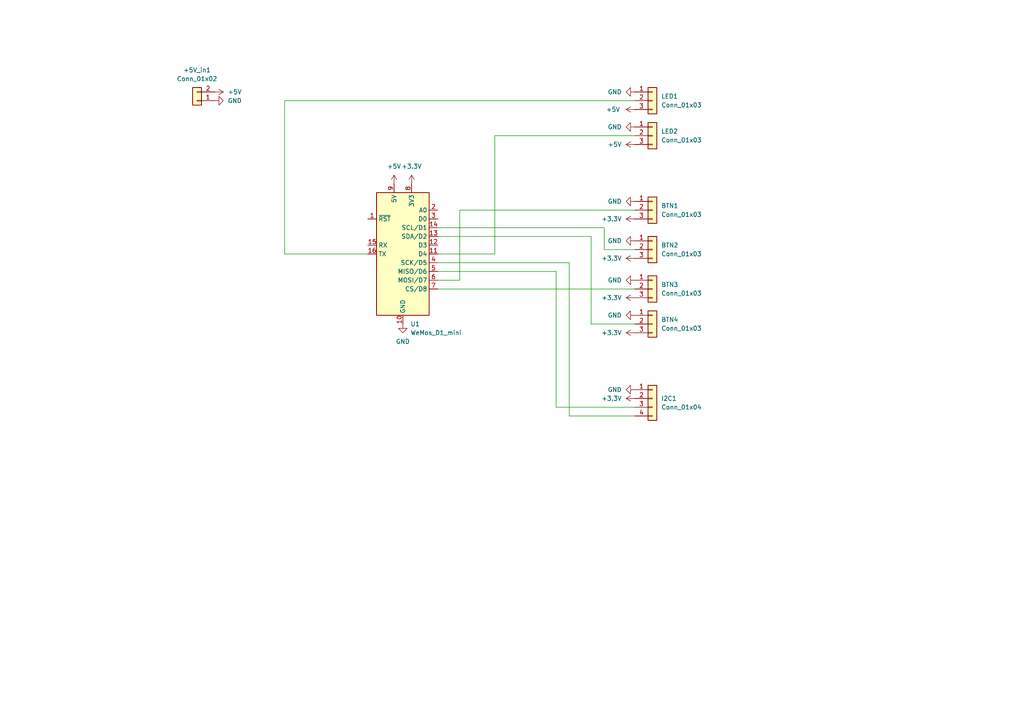
<source format=kicad_sch>
(kicad_sch (version 20231120) (generator "eeschema") (generator_version "8.0")
  (paper "A4")
  (lib_symbols
    (symbol "Connector_Generic:Conn_01x02" (pin_names (offset 1.016) hide)
      (property "Reference" "J" (at 0 2.54 0))
      (property "Value" "Conn_01x02" (at 0 -5.08 0))
      (symbol "Conn_01x02_1_1"
        (rectangle (start -1.27 -2.413) (end 0 -2.667) (stroke (width 0.1524)))
        (rectangle (start -1.27 0.127) (end 0 -0.127) (stroke (width 0.1524)))
        (rectangle (start -1.27 1.27) (end 1.27 -3.81) (stroke (width 0.254)) (fill (type background)))
        (pin passive line (at -5.08 0 0) (length 3.81) (name "Pin_1") (number "1"))
        (pin passive line (at -5.08 -2.54 0) (length 3.81) (name "Pin_2") (number "2"))
      )
    )
    (symbol "Connector_Generic:Conn_01x03" (pin_names (offset 1.016) hide)
      (property "Reference" "J" (at 0 5.08 0))
      (property "Value" "Conn_01x03" (at 0 -5.08 0))
      (symbol "Conn_01x03_1_1"
        (rectangle (start -1.27 -2.413) (end 0 -2.667) (stroke (width 0.1524)))
        (rectangle (start -1.27 0.127) (end 0 -0.127) (stroke (width 0.1524)))
        (rectangle (start -1.27 2.667) (end 0 2.413) (stroke (width 0.1524)))
        (rectangle (start -1.27 3.81) (end 1.27 -3.81) (stroke (width 0.254)) (fill (type background)))
        (pin passive line (at -5.08 2.54 0) (length 3.81) (name "Pin_1") (number "1"))
        (pin passive line (at -5.08 0 0) (length 3.81) (name "Pin_2") (number "2"))
        (pin passive line (at -5.08 -2.54 0) (length 3.81) (name "Pin_3") (number "3"))
      )
    )
    (symbol "Connector_Generic:Conn_01x04" (pin_names (offset 1.016) hide)
      (property "Reference" "J" (at 0 5.08 0))
      (property "Value" "Conn_01x04" (at 0 -7.62 0))
      (symbol "Conn_01x04_1_1"
        (rectangle (start -1.27 -4.953) (end 0 -5.207) (stroke (width 0.1524)))
        (rectangle (start -1.27 -2.413) (end 0 -2.667) (stroke (width 0.1524)))
        (rectangle (start -1.27 0.127) (end 0 -0.127) (stroke (width 0.1524)))
        (rectangle (start -1.27 2.667) (end 0 2.413) (stroke (width 0.1524)))
        (rectangle (start -1.27 3.81) (end 1.27 -6.35) (stroke (width 0.254)) (fill (type background)))
        (pin passive line (at -5.08 2.54 0) (length 3.81) (name "Pin_1") (number "1"))
        (pin passive line (at -5.08 0 0) (length 3.81) (name "Pin_2") (number "2"))
        (pin passive line (at -5.08 -2.54 0) (length 3.81) (name "Pin_3") (number "3"))
        (pin passive line (at -5.08 -5.08 0) (length 3.81) (name "Pin_4") (number "4"))
      )
    )
    (symbol "MCU_Module:WeMos_D1_mini"
      (property "Reference" "U" (at 3.81 19.05 0))
      (property "Value" "WeMos_D1_mini" (at 1.27 -19.05 0))
      (symbol "WeMos_D1_mini_1_1"
        (rectangle (start -7.62 17.78) (end 7.62 -17.78) (stroke (width 0.254)) (fill (type background)))
        (pin input line (at -10.16 10.16 0) (length 2.54) (name "~{RST}") (number "1"))
        (pin power_in line (at 0 -20.32 90) (length 2.54) (name "GND") (number "10"))
        (pin bidirectional line (at 10.16 0 180) (length 2.54) (name "D4") (number "11"))
        (pin bidirectional line (at 10.16 2.54 180) (length 2.54) (name "D3") (number "12"))
        (pin bidirectional line (at 10.16 5.08 180) (length 2.54) (name "SDA/D2") (number "13"))
        (pin bidirectional line (at 10.16 7.62 180) (length 2.54) (name "SCL/D1") (number "14"))
        (pin input line (at -10.16 2.54 0) (length 2.54) (name "RX") (number "15"))
        (pin output line (at -10.16 0 0) (length 2.54) (name "TX") (number "16"))
        (pin input line (at 10.16 12.7 180) (length 2.54) (name "A0") (number "2"))
        (pin bidirectional line (at 10.16 10.16 180) (length 2.54) (name "D0") (number "3"))
        (pin bidirectional line (at 10.16 -2.54 180) (length 2.54) (name "SCK/D5") (number "4"))
        (pin bidirectional line (at 10.16 -5.08 180) (length 2.54) (name "MISO/D6") (number "5"))
        (pin bidirectional line (at 10.16 -7.62 180) (length 2.54) (name "MOSI/D7") (number "6"))
        (pin bidirectional line (at 10.16 -10.16 180) (length 2.54) (name "CS/D8") (number "7"))
        (pin power_out line (at 2.54 20.32 270) (length 2.54) (name "3V3") (number "8"))
        (pin power_in line (at -2.54 20.32 270) (length 2.54) (name "5V") (number "9"))
      )
    )
    (symbol "power:+3.3V" (power) (pin_numbers hide) (pin_names (offset 0) hide)
      (property "Value" "+3.3V" (at 0 3.556 0))
      (symbol "+3.3V_0_1"
        (polyline (pts (xy -0.762 1.27) (xy 0 2.54)))
        (polyline (pts (xy 0 0) (xy 0 2.54)))
        (polyline (pts (xy 0 2.54) (xy 0.762 1.27)))
      )
      (symbol "+3.3V_1_1"
        (pin power_in line (at 0 0 90) (length 0) (name "~") (number "1"))
      )
    )
    (symbol "power:+5V" (power) (pin_numbers hide) (pin_names (offset 0) hide)
      (property "Value" "+5V" (at 0 3.556 0))
      (symbol "+5V_0_1"
        (polyline (pts (xy -0.762 1.27) (xy 0 2.54)))
        (polyline (pts (xy 0 0) (xy 0 2.54)))
        (polyline (pts (xy 0 2.54) (xy 0.762 1.27)))
      )
      (symbol "+5V_1_1"
        (pin power_in line (at 0 0 90) (length 0) (name "~") (number "1"))
      )
    )
    (symbol "power:GND" (power) (pin_numbers hide) (pin_names (offset 0) hide)
      (property "Value" "GND" (at 0 -3.81 0))
      (symbol "GND_0_1"
        (polyline (pts (xy 0 0) (xy 0 -1.27) (xy 1.27 -1.27) (xy 0 -2.54) (xy -1.27 -1.27) (xy 0 -1.27)))
      )
      (symbol "GND_1_1"
        (pin power_in line (at 0 0 270) (length 0) (name "~") (number "1"))
      )
    )
  )
  (wire (pts (xy 127 68.58) (xy 171.45 68.58)))
  (wire (pts (xy 184.15 39.37) (xy 143.51 39.37)))
  (wire (pts (xy 175.26 66.04) (xy 127 66.04)))
  (wire (pts (xy 184.15 60.96) (xy 133.35 60.96)))
  (wire (pts (xy 106.68 73.66) (xy 82.55 73.66)))
  (wire (pts (xy 165.1 76.2) (xy 165.1 120.65)))
  (wire (pts (xy 127 78.74) (xy 161.29 78.74)))
  (wire (pts (xy 82.55 29.21) (xy 184.15 29.21)))
  (wire (pts (xy 143.51 39.37) (xy 143.51 73.66)))
  (wire (pts (xy 82.55 73.66) (xy 82.55 29.21)))
  (wire (pts (xy 171.45 68.58) (xy 171.45 93.98)))
  (wire (pts (xy 133.35 60.96) (xy 133.35 81.28)))
  (wire (pts (xy 127 76.2) (xy 165.1 76.2)))
  (wire (pts (xy 175.26 72.39) (xy 184.15 72.39)))
  (wire (pts (xy 127 83.82) (xy 184.15 83.82)))
  (wire (pts (xy 161.29 118.11) (xy 184.15 118.11)))
  (wire (pts (xy 133.35 81.28) (xy 127 81.28)))
  (wire (pts (xy 175.26 72.39) (xy 175.26 66.04)))
  (wire (pts (xy 127 73.66) (xy 143.51 73.66)))
  (wire (pts (xy 161.29 78.74) (xy 161.29 118.11)))
  (wire (pts (xy 171.45 93.98) (xy 184.15 93.98)))
  (wire (pts (xy 165.1 120.65) (xy 184.15 120.65)))
  (symbol (lib_id "power:GND") (at 184.15 58.42 270) (unit 1)
    (property "Reference" "#PWR06" (effects (hide yes)))
    (property "Value" "GND" (at 180.34 58.4199 90) (effects (justify right)))
    (property "Description" "Power symbol creates a global label with name \"GND\" , ground" (effects (hide yes)))
  )
  (symbol (lib_id "power:+5V") (at 114.3 53.34 0) (unit 1)
    (property "Reference" "#PWR02" (effects (hide yes)))
    (property "Value" "+5V" (at 114.3 48.26 0))
    (property "Description" "Power symbol creates a global label with name \"+5V\"" (effects (hide yes)))
  )
  (symbol (lib_id "power:+3.3V") (at 184.15 96.52 90) (unit 1)
    (property "Reference" "#PWR015" (effects (hide yes)))
    (property "Value" "+3.3V" (at 180.34 96.5199 90) (effects (justify left)))
    (property "Description" "Power symbol creates a global label with name \"+3.3V\"" (effects (hide yes)))
  )
  (symbol (lib_id "power:GND") (at 184.15 91.44 270) (unit 1)
    (property "Reference" "#PWR05" (effects (hide yes)))
    (property "Value" "GND" (at 180.34 91.4399 90) (effects (justify right)))
    (property "Description" "Power symbol creates a global label with name \"GND\" , ground" (effects (hide yes)))
  )
  (symbol (lib_id "Connector_Generic:Conn_01x03") (at 189.23 29.21 0) (unit 1)
    (property "Reference" "LED1" (at 191.77 27.9399 0) (effects (justify left)))
    (property "Value" "Conn_01x03" (at 191.77 30.4799 0) (effects (justify left)))
    (property "Footprint" "Connector_Molex:Molex_KK-254_AE-6410-03A_1x03_P2.54mm_Vertical" (effects (hide yes)))
    (property "Description" "Generic connector, single row, 01x03, script generated (kicad-library-utils/schlib/autogen/connector/)" (effects (hide yes)))
  )
  (symbol (lib_id "Connector_Generic:Conn_01x03") (at 189.23 83.82 0) (unit 1)
    (property "Reference" "BTN3" (at 191.77 82.5499 0) (effects (justify left)))
    (property "Value" "Conn_01x03" (at 191.77 85.0899 0) (effects (justify left)))
    (property "Footprint" "Connector_Molex:Molex_KK-254_AE-6410-03A_1x03_P2.54mm_Vertical" (effects (hide yes)))
    (property "Description" "Generic connector, single row, 01x03, script generated (kicad-library-utils/schlib/autogen/connector/)" (effects (hide yes)))
  )
  (symbol (lib_id "Connector_Generic:Conn_01x03") (at 189.23 39.37 0) (unit 1)
    (property "Reference" "LED2" (at 191.77 38.0999 0) (effects (justify left)))
    (property "Value" "Conn_01x03" (at 191.77 40.6399 0) (effects (justify left)))
    (property "Footprint" "Connector_Molex:Molex_KK-254_AE-6410-03A_1x03_P2.54mm_Vertical" (effects (hide yes)))
    (property "Description" "Generic connector, single row, 01x03, script generated (kicad-library-utils/schlib/autogen/connector/)" (effects (hide yes)))
  )
  (symbol (lib_id "power:+5V") (at 184.15 31.75 90) (unit 1)
    (property "Reference" "#PWR010" (effects (hide yes)))
    (property "Value" "+5V" (at 179.867 31.7499 90) (effects (justify left)))
    (property "Description" "Power symbol creates a global label with name \"+5V\"" (effects (hide yes)))
  )
  (symbol (lib_id "Connector_Generic:Conn_01x02") (at 57.15 29.21 180) (unit 1)
    (property "Reference" "+5V_in1" (at 57.15 20.32 0))
    (property "Value" "Conn_01x02" (at 57.15 22.86 0))
    (property "Footprint" "Connector_Molex:Molex_KK-254_AE-6410-02A_1x02_P2.54mm_Vertical" (effects (hide yes)))
    (property "Description" "Generic connector, single row, 01x02, script generated (kicad-library-utils/schlib/autogen/connector/)" (effects (hide yes)))
  )
  (symbol (lib_id "power:GND") (at 184.15 113.03 270) (unit 1)
    (property "Reference" "#PWR09" (effects (hide yes)))
    (property "Value" "GND" (at 180.34 113.0299 90) (effects (justify right)))
    (property "Description" "Power symbol creates a global label with name \"GND\" , ground" (effects (hide yes)))
  )
  (symbol (lib_id "power:+3.3V") (at 184.15 86.36 90) (unit 1)
    (property "Reference" "#PWR017" (effects (hide yes)))
    (property "Value" "+3.3V" (at 180.34 86.3599 90) (effects (justify left)))
    (property "Description" "Power symbol creates a global label with name \"+3.3V\"" (effects (hide yes)))
  )
  (symbol (lib_id "power:+3.3V") (at 184.15 115.57 90) (unit 1)
    (property "Reference" "#PWR021" (effects (hide yes)))
    (property "Value" "+3.3V" (at 180.34 115.5699 90) (effects (justify left)))
    (property "Description" "Power symbol creates a global label with name \"+3.3V\"" (effects (hide yes)))
  )
  (symbol (lib_id "power:GND") (at 184.15 81.28 270) (unit 1)
    (property "Reference" "#PWR07" (effects (hide yes)))
    (property "Value" "GND" (at 180.34 81.2799 90) (effects (justify right)))
    (property "Description" "Power symbol creates a global label with name \"GND\" , ground" (effects (hide yes)))
  )
  (symbol (lib_id "power:+3.3V") (at 184.15 63.5 90) (unit 1)
    (property "Reference" "#PWR016" (effects (hide yes)))
    (property "Value" "+3.3V" (at 180.34 63.4999 90) (effects (justify left)))
    (property "Description" "Power symbol creates a global label with name \"+3.3V\"" (effects (hide yes)))
  )
  (symbol (lib_id "Connector_Generic:Conn_01x03") (at 189.23 93.98 0) (unit 1)
    (property "Reference" "BTN4" (at 191.77 92.7099 0) (effects (justify left)))
    (property "Value" "Conn_01x03" (at 191.77 95.2499 0) (effects (justify left)))
    (property "Footprint" "Connector_Molex:Molex_KK-254_AE-6410-03A_1x03_P2.54mm_Vertical" (effects (hide yes)))
    (property "Description" "Generic connector, single row, 01x03, script generated (kicad-library-utils/schlib/autogen/connector/)" (effects (hide yes)))
  )
  (symbol (lib_id "Connector_Generic:Conn_01x03") (at 189.23 60.96 0) (unit 1)
    (property "Reference" "BTN1" (at 191.77 59.6899 0) (effects (justify left)))
    (property "Value" "Conn_01x03" (at 191.77 62.2299 0) (effects (justify left)))
    (property "Footprint" "Connector_Molex:Molex_KK-254_AE-6410-03A_1x03_P2.54mm_Vertical" (effects (hide yes)))
    (property "Description" "Generic connector, single row, 01x03, script generated (kicad-library-utils/schlib/autogen/connector/)" (effects (hide yes)))
  )
  (symbol (lib_id "power:GND") (at 184.15 26.67 270) (unit 1)
    (property "Reference" "#PWR013" (effects (hide yes)))
    (property "Value" "GND" (at 180.34 26.6699 90) (effects (justify right)))
    (property "Description" "Power symbol creates a global label with name \"GND\" , ground" (effects (hide yes)))
  )
  (symbol (lib_id "power:+5V") (at 62.23 26.67 270) (unit 1)
    (property "Reference" "#PWR020" (effects (hide yes)))
    (property "Value" "+5V" (at 66.04 26.6699 90) (effects (justify left)))
    (property "Description" "Power symbol creates a global label with name \"+5V\"" (effects (hide yes)))
  )
  (symbol (lib_id "Connector_Generic:Conn_01x04") (at 189.23 115.57 0) (unit 1)
    (property "Reference" "I2C1" (at 191.77 115.5699 0) (effects (justify left)))
    (property "Value" "Conn_01x04" (at 191.77 118.1099 0) (effects (justify left)))
    (property "Footprint" "Connector_Molex:Molex_KK-254_AE-6410-04A_1x04_P2.54mm_Vertical" (effects (hide yes)))
    (property "Description" "Generic connector, single row, 01x04, script generated (kicad-library-utils/schlib/autogen/connector/)" (effects (hide yes)))
  )
  (symbol (lib_id "power:+5V") (at 184.15 41.91 90) (unit 1)
    (property "Reference" "#PWR011" (effects (hide yes)))
    (property "Value" "+5V" (at 180.34 41.9099 90) (effects (justify left)))
    (property "Description" "Power symbol creates a global label with name \"+5V\"" (effects (hide yes)))
  )
  (symbol (lib_id "power:+3.3V") (at 119.38 53.34 0) (unit 1)
    (property "Reference" "#PWR01" (effects (hide yes)))
    (property "Value" "+3.3V" (at 119.38 48.26 0))
    (property "Description" "Power symbol creates a global label with name \"+3.3V\"" (effects (hide yes)))
  )
  (symbol (lib_id "Connector_Generic:Conn_01x03") (at 189.23 72.39 0) (unit 1)
    (property "Reference" "BTN2" (at 191.77 71.1199 0) (effects (justify left)))
    (property "Value" "Conn_01x03" (at 191.77 73.6599 0) (effects (justify left)))
    (property "Footprint" "Connector_Molex:Molex_KK-254_AE-6410-03A_1x03_P2.54mm_Vertical" (effects (hide yes)))
    (property "Description" "Generic connector, single row, 01x03, script generated (kicad-library-utils/schlib/autogen/connector/)" (effects (hide yes)))
  )
  (symbol (lib_id "power:+3.3V") (at 184.15 74.93 90) (unit 1)
    (property "Reference" "#PWR014" (effects (hide yes)))
    (property "Value" "+3.3V" (at 180.34 74.9299 90) (effects (justify left)))
    (property "Description" "Power symbol creates a global label with name \"+3.3V\"" (effects (hide yes)))
  )
  (symbol (lib_id "MCU_Module:WeMos_D1_mini") (at 116.84 73.66 0) (unit 1)
    (property "Reference" "U1" (at 119.0341 93.98 0) (effects (justify left)))
    (property "Value" "WeMos_D1_mini" (at 119.0341 96.52 0) (effects (justify left)))
    (property "Footprint" "Module:WEMOS_D1_mini_light" (effects (hide yes)))
    (property "Datasheet" "https://wiki.wemos.cc/products:d1:d1_mini#documentation" (effects (hide yes)))
    (property "Description" "32-bit microcontroller module with WiFi" (effects (hide yes)))
  )
  (symbol (lib_id "power:GND") (at 62.23 29.21 90) (unit 1)
    (property "Reference" "#PWR019" (effects (hide yes)))
    (property "Value" "GND" (at 66.04 29.2099 90) (effects (justify right)))
    (property "Description" "Power symbol creates a global label with name \"GND\" , ground" (effects (hide yes)))
  )
  (symbol (lib_id "power:GND") (at 116.84 93.98 0) (unit 1)
    (property "Reference" "#PWR03" (effects (hide yes)))
    (property "Value" "GND" (at 116.84 99.06 0))
    (property "Description" "Power symbol creates a global label with name \"GND\" , ground" (effects (hide yes)))
  )
  (symbol (lib_id "power:GND") (at 184.15 36.83 270) (unit 1)
    (property "Reference" "#PWR012" (effects (hide yes)))
    (property "Value" "GND" (at 180.34 36.8299 90) (effects (justify right)))
    (property "Description" "Power symbol creates a global label with name \"GND\" , ground" (effects (hide yes)))
  )
  (symbol (lib_id "power:GND") (at 184.15 69.85 270) (unit 1)
    (property "Reference" "#PWR04" (effects (hide yes)))
    (property "Value" "GND" (at 180.34 69.8499 90) (effects (justify right)))
    (property "Description" "Power symbol creates a global label with name \"GND\" , ground" (effects (hide yes)))
  )
)
</source>
